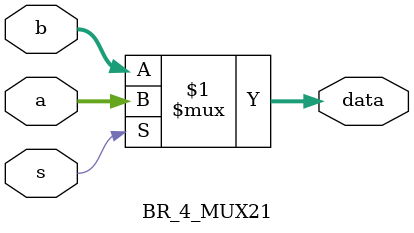
<source format=v>
`timescale 1ns / 1ps


module BR_4_MUX21(output [3:0]data,input s,input [3:0]a,b);
    
    assign data=s?a:b;
    
endmodule


</source>
